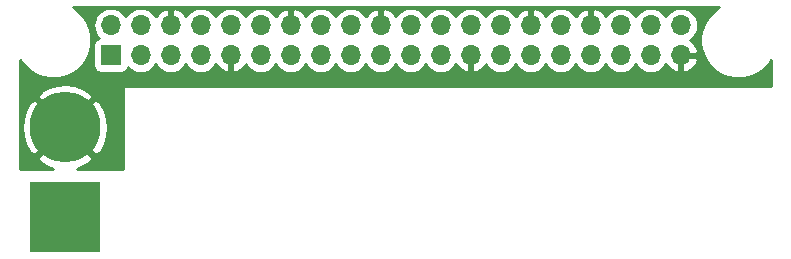
<source format=gbr>
G04 #@! TF.GenerationSoftware,KiCad,Pcbnew,5.1.4+dfsg1-1*
G04 #@! TF.CreationDate,2020-03-18T18:25:11-04:00*
G04 #@! TF.ProjectId,upipower-injector,75706970-6f77-4657-922d-696e6a656374,1.0*
G04 #@! TF.SameCoordinates,Original*
G04 #@! TF.FileFunction,Copper,L2,Bot*
G04 #@! TF.FilePolarity,Positive*
%FSLAX46Y46*%
G04 Gerber Fmt 4.6, Leading zero omitted, Abs format (unit mm)*
G04 Created by KiCad (PCBNEW 5.1.4+dfsg1-1) date 2020-03-18 18:25:11*
%MOMM*%
%LPD*%
G04 APERTURE LIST*
%ADD10C,5.999480*%
%ADD11R,5.999480X5.999480*%
%ADD12R,1.700000X1.700000*%
%ADD13O,1.700000X1.700000*%
%ADD14C,0.254000*%
G04 APERTURE END LIST*
D10*
X122032000Y-101948000D03*
D11*
X122032000Y-109568000D03*
D12*
X125902000Y-95838000D03*
D13*
X125902000Y-93298000D03*
X128442000Y-95838000D03*
X128442000Y-93298000D03*
X130982000Y-95838000D03*
X130982000Y-93298000D03*
X133522000Y-95838000D03*
X133522000Y-93298000D03*
X136062000Y-95838000D03*
X136062000Y-93298000D03*
X138602000Y-95838000D03*
X138602000Y-93298000D03*
X141142000Y-95838000D03*
X141142000Y-93298000D03*
X143682000Y-95838000D03*
X143682000Y-93298000D03*
X146222000Y-95838000D03*
X146222000Y-93298000D03*
X148762000Y-95838000D03*
X148762000Y-93298000D03*
X151302000Y-95838000D03*
X151302000Y-93298000D03*
X153842000Y-95838000D03*
X153842000Y-93298000D03*
X156382000Y-95838000D03*
X156382000Y-93298000D03*
X158922000Y-95838000D03*
X158922000Y-93298000D03*
X161462000Y-95838000D03*
X161462000Y-93298000D03*
X164002000Y-95838000D03*
X164002000Y-93298000D03*
X166542000Y-95838000D03*
X166542000Y-93298000D03*
X169082000Y-95838000D03*
X169082000Y-93298000D03*
X171622000Y-95838000D03*
X171622000Y-93298000D03*
X174162000Y-95838000D03*
X174162000Y-93298000D03*
D14*
G36*
X176974907Y-92061425D02*
G01*
X176525425Y-92510907D01*
X176172270Y-93039442D01*
X175929012Y-93626719D01*
X175805000Y-94250168D01*
X175805000Y-94885832D01*
X175929012Y-95509281D01*
X176172270Y-96096558D01*
X176525425Y-96625093D01*
X176974907Y-97074575D01*
X177503442Y-97427730D01*
X178090719Y-97670988D01*
X178714168Y-97795000D01*
X179349832Y-97795000D01*
X179973281Y-97670988D01*
X180560558Y-97427730D01*
X181089093Y-97074575D01*
X181538575Y-96625093D01*
X181822000Y-96200916D01*
X181822000Y-98441000D01*
X127032000Y-98441000D01*
X127007224Y-98443440D01*
X126983399Y-98450667D01*
X126961443Y-98462403D01*
X126942197Y-98478197D01*
X126926403Y-98497443D01*
X126914667Y-98519399D01*
X126907440Y-98543224D01*
X126905000Y-98568000D01*
X126905000Y-105441000D01*
X123037743Y-105441000D01*
X123414518Y-105328552D01*
X124047466Y-104993879D01*
X124074740Y-104975657D01*
X124410897Y-104506502D01*
X122032000Y-102127605D01*
X119653103Y-104506502D01*
X119989260Y-104975657D01*
X120619177Y-105316000D01*
X121024682Y-105441000D01*
X118242000Y-105441000D01*
X118242000Y-101931599D01*
X118379710Y-101931599D01*
X118446689Y-102644441D01*
X118651448Y-103330518D01*
X118986121Y-103963466D01*
X119004343Y-103990740D01*
X119473498Y-104326897D01*
X121852395Y-101948000D01*
X122211605Y-101948000D01*
X124590502Y-104326897D01*
X125059657Y-103990740D01*
X125400000Y-103360823D01*
X125610913Y-102676612D01*
X125684290Y-101964401D01*
X125617311Y-101251559D01*
X125412552Y-100565482D01*
X125077879Y-99932534D01*
X125059657Y-99905260D01*
X124590502Y-99569103D01*
X122211605Y-101948000D01*
X121852395Y-101948000D01*
X119473498Y-99569103D01*
X119004343Y-99905260D01*
X118664000Y-100535177D01*
X118453087Y-101219388D01*
X118379710Y-101931599D01*
X118242000Y-101931599D01*
X118242000Y-99389498D01*
X119653103Y-99389498D01*
X122032000Y-101768395D01*
X124410897Y-99389498D01*
X124074740Y-98920343D01*
X123444823Y-98580000D01*
X122760612Y-98369087D01*
X122048401Y-98295710D01*
X121335559Y-98362689D01*
X120649482Y-98567448D01*
X120016534Y-98902121D01*
X119989260Y-98920343D01*
X119653103Y-99389498D01*
X118242000Y-99389498D01*
X118242000Y-96200917D01*
X118525425Y-96625093D01*
X118974907Y-97074575D01*
X119503442Y-97427730D01*
X120090719Y-97670988D01*
X120714168Y-97795000D01*
X121349832Y-97795000D01*
X121973281Y-97670988D01*
X122560558Y-97427730D01*
X123089093Y-97074575D01*
X123538575Y-96625093D01*
X123891730Y-96096558D01*
X124134988Y-95509281D01*
X124259000Y-94885832D01*
X124259000Y-94250168D01*
X124134988Y-93626719D01*
X123998829Y-93298000D01*
X124409815Y-93298000D01*
X124438487Y-93589111D01*
X124523401Y-93869034D01*
X124661294Y-94127014D01*
X124846866Y-94353134D01*
X124876687Y-94377607D01*
X124807820Y-94398498D01*
X124697506Y-94457463D01*
X124600815Y-94536815D01*
X124521463Y-94633506D01*
X124462498Y-94743820D01*
X124426188Y-94863518D01*
X124413928Y-94988000D01*
X124413928Y-96688000D01*
X124426188Y-96812482D01*
X124462498Y-96932180D01*
X124521463Y-97042494D01*
X124600815Y-97139185D01*
X124697506Y-97218537D01*
X124807820Y-97277502D01*
X124927518Y-97313812D01*
X125052000Y-97326072D01*
X126752000Y-97326072D01*
X126876482Y-97313812D01*
X126996180Y-97277502D01*
X127106494Y-97218537D01*
X127203185Y-97139185D01*
X127282537Y-97042494D01*
X127341502Y-96932180D01*
X127362393Y-96863313D01*
X127386866Y-96893134D01*
X127612986Y-97078706D01*
X127870966Y-97216599D01*
X128150889Y-97301513D01*
X128369050Y-97323000D01*
X128514950Y-97323000D01*
X128733111Y-97301513D01*
X129013034Y-97216599D01*
X129271014Y-97078706D01*
X129497134Y-96893134D01*
X129682706Y-96667014D01*
X129712000Y-96612209D01*
X129741294Y-96667014D01*
X129926866Y-96893134D01*
X130152986Y-97078706D01*
X130410966Y-97216599D01*
X130690889Y-97301513D01*
X130909050Y-97323000D01*
X131054950Y-97323000D01*
X131273111Y-97301513D01*
X131553034Y-97216599D01*
X131811014Y-97078706D01*
X132037134Y-96893134D01*
X132222706Y-96667014D01*
X132252000Y-96612209D01*
X132281294Y-96667014D01*
X132466866Y-96893134D01*
X132692986Y-97078706D01*
X132950966Y-97216599D01*
X133230889Y-97301513D01*
X133449050Y-97323000D01*
X133594950Y-97323000D01*
X133813111Y-97301513D01*
X134093034Y-97216599D01*
X134351014Y-97078706D01*
X134577134Y-96893134D01*
X134762706Y-96667014D01*
X134797201Y-96602477D01*
X134866822Y-96719355D01*
X135061731Y-96935588D01*
X135295080Y-97109641D01*
X135557901Y-97234825D01*
X135705110Y-97279476D01*
X135935000Y-97158155D01*
X135935000Y-95965000D01*
X135915000Y-95965000D01*
X135915000Y-95711000D01*
X135935000Y-95711000D01*
X135935000Y-95691000D01*
X136189000Y-95691000D01*
X136189000Y-95711000D01*
X136209000Y-95711000D01*
X136209000Y-95965000D01*
X136189000Y-95965000D01*
X136189000Y-97158155D01*
X136418890Y-97279476D01*
X136566099Y-97234825D01*
X136828920Y-97109641D01*
X137062269Y-96935588D01*
X137257178Y-96719355D01*
X137326799Y-96602477D01*
X137361294Y-96667014D01*
X137546866Y-96893134D01*
X137772986Y-97078706D01*
X138030966Y-97216599D01*
X138310889Y-97301513D01*
X138529050Y-97323000D01*
X138674950Y-97323000D01*
X138893111Y-97301513D01*
X139173034Y-97216599D01*
X139431014Y-97078706D01*
X139657134Y-96893134D01*
X139842706Y-96667014D01*
X139872000Y-96612209D01*
X139901294Y-96667014D01*
X140086866Y-96893134D01*
X140312986Y-97078706D01*
X140570966Y-97216599D01*
X140850889Y-97301513D01*
X141069050Y-97323000D01*
X141214950Y-97323000D01*
X141433111Y-97301513D01*
X141713034Y-97216599D01*
X141971014Y-97078706D01*
X142197134Y-96893134D01*
X142382706Y-96667014D01*
X142412000Y-96612209D01*
X142441294Y-96667014D01*
X142626866Y-96893134D01*
X142852986Y-97078706D01*
X143110966Y-97216599D01*
X143390889Y-97301513D01*
X143609050Y-97323000D01*
X143754950Y-97323000D01*
X143973111Y-97301513D01*
X144253034Y-97216599D01*
X144511014Y-97078706D01*
X144737134Y-96893134D01*
X144922706Y-96667014D01*
X144952000Y-96612209D01*
X144981294Y-96667014D01*
X145166866Y-96893134D01*
X145392986Y-97078706D01*
X145650966Y-97216599D01*
X145930889Y-97301513D01*
X146149050Y-97323000D01*
X146294950Y-97323000D01*
X146513111Y-97301513D01*
X146793034Y-97216599D01*
X147051014Y-97078706D01*
X147277134Y-96893134D01*
X147462706Y-96667014D01*
X147492000Y-96612209D01*
X147521294Y-96667014D01*
X147706866Y-96893134D01*
X147932986Y-97078706D01*
X148190966Y-97216599D01*
X148470889Y-97301513D01*
X148689050Y-97323000D01*
X148834950Y-97323000D01*
X149053111Y-97301513D01*
X149333034Y-97216599D01*
X149591014Y-97078706D01*
X149817134Y-96893134D01*
X150002706Y-96667014D01*
X150032000Y-96612209D01*
X150061294Y-96667014D01*
X150246866Y-96893134D01*
X150472986Y-97078706D01*
X150730966Y-97216599D01*
X151010889Y-97301513D01*
X151229050Y-97323000D01*
X151374950Y-97323000D01*
X151593111Y-97301513D01*
X151873034Y-97216599D01*
X152131014Y-97078706D01*
X152357134Y-96893134D01*
X152542706Y-96667014D01*
X152572000Y-96612209D01*
X152601294Y-96667014D01*
X152786866Y-96893134D01*
X153012986Y-97078706D01*
X153270966Y-97216599D01*
X153550889Y-97301513D01*
X153769050Y-97323000D01*
X153914950Y-97323000D01*
X154133111Y-97301513D01*
X154413034Y-97216599D01*
X154671014Y-97078706D01*
X154897134Y-96893134D01*
X155082706Y-96667014D01*
X155117201Y-96602477D01*
X155186822Y-96719355D01*
X155381731Y-96935588D01*
X155615080Y-97109641D01*
X155877901Y-97234825D01*
X156025110Y-97279476D01*
X156255000Y-97158155D01*
X156255000Y-95965000D01*
X156235000Y-95965000D01*
X156235000Y-95711000D01*
X156255000Y-95711000D01*
X156255000Y-95691000D01*
X156509000Y-95691000D01*
X156509000Y-95711000D01*
X156529000Y-95711000D01*
X156529000Y-95965000D01*
X156509000Y-95965000D01*
X156509000Y-97158155D01*
X156738890Y-97279476D01*
X156886099Y-97234825D01*
X157148920Y-97109641D01*
X157382269Y-96935588D01*
X157577178Y-96719355D01*
X157646799Y-96602477D01*
X157681294Y-96667014D01*
X157866866Y-96893134D01*
X158092986Y-97078706D01*
X158350966Y-97216599D01*
X158630889Y-97301513D01*
X158849050Y-97323000D01*
X158994950Y-97323000D01*
X159213111Y-97301513D01*
X159493034Y-97216599D01*
X159751014Y-97078706D01*
X159977134Y-96893134D01*
X160162706Y-96667014D01*
X160192000Y-96612209D01*
X160221294Y-96667014D01*
X160406866Y-96893134D01*
X160632986Y-97078706D01*
X160890966Y-97216599D01*
X161170889Y-97301513D01*
X161389050Y-97323000D01*
X161534950Y-97323000D01*
X161753111Y-97301513D01*
X162033034Y-97216599D01*
X162291014Y-97078706D01*
X162517134Y-96893134D01*
X162702706Y-96667014D01*
X162732000Y-96612209D01*
X162761294Y-96667014D01*
X162946866Y-96893134D01*
X163172986Y-97078706D01*
X163430966Y-97216599D01*
X163710889Y-97301513D01*
X163929050Y-97323000D01*
X164074950Y-97323000D01*
X164293111Y-97301513D01*
X164573034Y-97216599D01*
X164831014Y-97078706D01*
X165057134Y-96893134D01*
X165242706Y-96667014D01*
X165272000Y-96612209D01*
X165301294Y-96667014D01*
X165486866Y-96893134D01*
X165712986Y-97078706D01*
X165970966Y-97216599D01*
X166250889Y-97301513D01*
X166469050Y-97323000D01*
X166614950Y-97323000D01*
X166833111Y-97301513D01*
X167113034Y-97216599D01*
X167371014Y-97078706D01*
X167597134Y-96893134D01*
X167782706Y-96667014D01*
X167812000Y-96612209D01*
X167841294Y-96667014D01*
X168026866Y-96893134D01*
X168252986Y-97078706D01*
X168510966Y-97216599D01*
X168790889Y-97301513D01*
X169009050Y-97323000D01*
X169154950Y-97323000D01*
X169373111Y-97301513D01*
X169653034Y-97216599D01*
X169911014Y-97078706D01*
X170137134Y-96893134D01*
X170322706Y-96667014D01*
X170352000Y-96612209D01*
X170381294Y-96667014D01*
X170566866Y-96893134D01*
X170792986Y-97078706D01*
X171050966Y-97216599D01*
X171330889Y-97301513D01*
X171549050Y-97323000D01*
X171694950Y-97323000D01*
X171913111Y-97301513D01*
X172193034Y-97216599D01*
X172451014Y-97078706D01*
X172677134Y-96893134D01*
X172862706Y-96667014D01*
X172897201Y-96602477D01*
X172966822Y-96719355D01*
X173161731Y-96935588D01*
X173395080Y-97109641D01*
X173657901Y-97234825D01*
X173805110Y-97279476D01*
X174035000Y-97158155D01*
X174035000Y-95965000D01*
X174289000Y-95965000D01*
X174289000Y-97158155D01*
X174518890Y-97279476D01*
X174666099Y-97234825D01*
X174928920Y-97109641D01*
X175162269Y-96935588D01*
X175357178Y-96719355D01*
X175506157Y-96469252D01*
X175603481Y-96194891D01*
X175482814Y-95965000D01*
X174289000Y-95965000D01*
X174035000Y-95965000D01*
X174015000Y-95965000D01*
X174015000Y-95711000D01*
X174035000Y-95711000D01*
X174035000Y-95691000D01*
X174289000Y-95691000D01*
X174289000Y-95711000D01*
X175482814Y-95711000D01*
X175603481Y-95481109D01*
X175506157Y-95206748D01*
X175357178Y-94956645D01*
X175162269Y-94740412D01*
X174933244Y-94569584D01*
X174991014Y-94538706D01*
X175217134Y-94353134D01*
X175402706Y-94127014D01*
X175540599Y-93869034D01*
X175625513Y-93589111D01*
X175654185Y-93298000D01*
X175625513Y-93006889D01*
X175540599Y-92726966D01*
X175402706Y-92468986D01*
X175217134Y-92242866D01*
X174991014Y-92057294D01*
X174733034Y-91919401D01*
X174453111Y-91834487D01*
X174234950Y-91813000D01*
X174089050Y-91813000D01*
X173870889Y-91834487D01*
X173590966Y-91919401D01*
X173332986Y-92057294D01*
X173106866Y-92242866D01*
X172921294Y-92468986D01*
X172892000Y-92523791D01*
X172862706Y-92468986D01*
X172677134Y-92242866D01*
X172451014Y-92057294D01*
X172193034Y-91919401D01*
X171913111Y-91834487D01*
X171694950Y-91813000D01*
X171549050Y-91813000D01*
X171330889Y-91834487D01*
X171050966Y-91919401D01*
X170792986Y-92057294D01*
X170566866Y-92242866D01*
X170381294Y-92468986D01*
X170352000Y-92523791D01*
X170322706Y-92468986D01*
X170137134Y-92242866D01*
X169911014Y-92057294D01*
X169653034Y-91919401D01*
X169373111Y-91834487D01*
X169154950Y-91813000D01*
X169009050Y-91813000D01*
X168790889Y-91834487D01*
X168510966Y-91919401D01*
X168252986Y-92057294D01*
X168026866Y-92242866D01*
X167841294Y-92468986D01*
X167806799Y-92533523D01*
X167737178Y-92416645D01*
X167542269Y-92200412D01*
X167308920Y-92026359D01*
X167046099Y-91901175D01*
X166898890Y-91856524D01*
X166669000Y-91977845D01*
X166669000Y-93171000D01*
X166689000Y-93171000D01*
X166689000Y-93425000D01*
X166669000Y-93425000D01*
X166669000Y-93445000D01*
X166415000Y-93445000D01*
X166415000Y-93425000D01*
X166395000Y-93425000D01*
X166395000Y-93171000D01*
X166415000Y-93171000D01*
X166415000Y-91977845D01*
X166185110Y-91856524D01*
X166037901Y-91901175D01*
X165775080Y-92026359D01*
X165541731Y-92200412D01*
X165346822Y-92416645D01*
X165277201Y-92533523D01*
X165242706Y-92468986D01*
X165057134Y-92242866D01*
X164831014Y-92057294D01*
X164573034Y-91919401D01*
X164293111Y-91834487D01*
X164074950Y-91813000D01*
X163929050Y-91813000D01*
X163710889Y-91834487D01*
X163430966Y-91919401D01*
X163172986Y-92057294D01*
X162946866Y-92242866D01*
X162761294Y-92468986D01*
X162726799Y-92533523D01*
X162657178Y-92416645D01*
X162462269Y-92200412D01*
X162228920Y-92026359D01*
X161966099Y-91901175D01*
X161818890Y-91856524D01*
X161589000Y-91977845D01*
X161589000Y-93171000D01*
X161609000Y-93171000D01*
X161609000Y-93425000D01*
X161589000Y-93425000D01*
X161589000Y-93445000D01*
X161335000Y-93445000D01*
X161335000Y-93425000D01*
X161315000Y-93425000D01*
X161315000Y-93171000D01*
X161335000Y-93171000D01*
X161335000Y-91977845D01*
X161105110Y-91856524D01*
X160957901Y-91901175D01*
X160695080Y-92026359D01*
X160461731Y-92200412D01*
X160266822Y-92416645D01*
X160197201Y-92533523D01*
X160162706Y-92468986D01*
X159977134Y-92242866D01*
X159751014Y-92057294D01*
X159493034Y-91919401D01*
X159213111Y-91834487D01*
X158994950Y-91813000D01*
X158849050Y-91813000D01*
X158630889Y-91834487D01*
X158350966Y-91919401D01*
X158092986Y-92057294D01*
X157866866Y-92242866D01*
X157681294Y-92468986D01*
X157652000Y-92523791D01*
X157622706Y-92468986D01*
X157437134Y-92242866D01*
X157211014Y-92057294D01*
X156953034Y-91919401D01*
X156673111Y-91834487D01*
X156454950Y-91813000D01*
X156309050Y-91813000D01*
X156090889Y-91834487D01*
X155810966Y-91919401D01*
X155552986Y-92057294D01*
X155326866Y-92242866D01*
X155141294Y-92468986D01*
X155112000Y-92523791D01*
X155082706Y-92468986D01*
X154897134Y-92242866D01*
X154671014Y-92057294D01*
X154413034Y-91919401D01*
X154133111Y-91834487D01*
X153914950Y-91813000D01*
X153769050Y-91813000D01*
X153550889Y-91834487D01*
X153270966Y-91919401D01*
X153012986Y-92057294D01*
X152786866Y-92242866D01*
X152601294Y-92468986D01*
X152572000Y-92523791D01*
X152542706Y-92468986D01*
X152357134Y-92242866D01*
X152131014Y-92057294D01*
X151873034Y-91919401D01*
X151593111Y-91834487D01*
X151374950Y-91813000D01*
X151229050Y-91813000D01*
X151010889Y-91834487D01*
X150730966Y-91919401D01*
X150472986Y-92057294D01*
X150246866Y-92242866D01*
X150061294Y-92468986D01*
X150026799Y-92533523D01*
X149957178Y-92416645D01*
X149762269Y-92200412D01*
X149528920Y-92026359D01*
X149266099Y-91901175D01*
X149118890Y-91856524D01*
X148889000Y-91977845D01*
X148889000Y-93171000D01*
X148909000Y-93171000D01*
X148909000Y-93425000D01*
X148889000Y-93425000D01*
X148889000Y-93445000D01*
X148635000Y-93445000D01*
X148635000Y-93425000D01*
X148615000Y-93425000D01*
X148615000Y-93171000D01*
X148635000Y-93171000D01*
X148635000Y-91977845D01*
X148405110Y-91856524D01*
X148257901Y-91901175D01*
X147995080Y-92026359D01*
X147761731Y-92200412D01*
X147566822Y-92416645D01*
X147497201Y-92533523D01*
X147462706Y-92468986D01*
X147277134Y-92242866D01*
X147051014Y-92057294D01*
X146793034Y-91919401D01*
X146513111Y-91834487D01*
X146294950Y-91813000D01*
X146149050Y-91813000D01*
X145930889Y-91834487D01*
X145650966Y-91919401D01*
X145392986Y-92057294D01*
X145166866Y-92242866D01*
X144981294Y-92468986D01*
X144952000Y-92523791D01*
X144922706Y-92468986D01*
X144737134Y-92242866D01*
X144511014Y-92057294D01*
X144253034Y-91919401D01*
X143973111Y-91834487D01*
X143754950Y-91813000D01*
X143609050Y-91813000D01*
X143390889Y-91834487D01*
X143110966Y-91919401D01*
X142852986Y-92057294D01*
X142626866Y-92242866D01*
X142441294Y-92468986D01*
X142406799Y-92533523D01*
X142337178Y-92416645D01*
X142142269Y-92200412D01*
X141908920Y-92026359D01*
X141646099Y-91901175D01*
X141498890Y-91856524D01*
X141269000Y-91977845D01*
X141269000Y-93171000D01*
X141289000Y-93171000D01*
X141289000Y-93425000D01*
X141269000Y-93425000D01*
X141269000Y-93445000D01*
X141015000Y-93445000D01*
X141015000Y-93425000D01*
X140995000Y-93425000D01*
X140995000Y-93171000D01*
X141015000Y-93171000D01*
X141015000Y-91977845D01*
X140785110Y-91856524D01*
X140637901Y-91901175D01*
X140375080Y-92026359D01*
X140141731Y-92200412D01*
X139946822Y-92416645D01*
X139877201Y-92533523D01*
X139842706Y-92468986D01*
X139657134Y-92242866D01*
X139431014Y-92057294D01*
X139173034Y-91919401D01*
X138893111Y-91834487D01*
X138674950Y-91813000D01*
X138529050Y-91813000D01*
X138310889Y-91834487D01*
X138030966Y-91919401D01*
X137772986Y-92057294D01*
X137546866Y-92242866D01*
X137361294Y-92468986D01*
X137332000Y-92523791D01*
X137302706Y-92468986D01*
X137117134Y-92242866D01*
X136891014Y-92057294D01*
X136633034Y-91919401D01*
X136353111Y-91834487D01*
X136134950Y-91813000D01*
X135989050Y-91813000D01*
X135770889Y-91834487D01*
X135490966Y-91919401D01*
X135232986Y-92057294D01*
X135006866Y-92242866D01*
X134821294Y-92468986D01*
X134792000Y-92523791D01*
X134762706Y-92468986D01*
X134577134Y-92242866D01*
X134351014Y-92057294D01*
X134093034Y-91919401D01*
X133813111Y-91834487D01*
X133594950Y-91813000D01*
X133449050Y-91813000D01*
X133230889Y-91834487D01*
X132950966Y-91919401D01*
X132692986Y-92057294D01*
X132466866Y-92242866D01*
X132281294Y-92468986D01*
X132246799Y-92533523D01*
X132177178Y-92416645D01*
X131982269Y-92200412D01*
X131748920Y-92026359D01*
X131486099Y-91901175D01*
X131338890Y-91856524D01*
X131109000Y-91977845D01*
X131109000Y-93171000D01*
X131129000Y-93171000D01*
X131129000Y-93425000D01*
X131109000Y-93425000D01*
X131109000Y-93445000D01*
X130855000Y-93445000D01*
X130855000Y-93425000D01*
X130835000Y-93425000D01*
X130835000Y-93171000D01*
X130855000Y-93171000D01*
X130855000Y-91977845D01*
X130625110Y-91856524D01*
X130477901Y-91901175D01*
X130215080Y-92026359D01*
X129981731Y-92200412D01*
X129786822Y-92416645D01*
X129717201Y-92533523D01*
X129682706Y-92468986D01*
X129497134Y-92242866D01*
X129271014Y-92057294D01*
X129013034Y-91919401D01*
X128733111Y-91834487D01*
X128514950Y-91813000D01*
X128369050Y-91813000D01*
X128150889Y-91834487D01*
X127870966Y-91919401D01*
X127612986Y-92057294D01*
X127386866Y-92242866D01*
X127201294Y-92468986D01*
X127172000Y-92523791D01*
X127142706Y-92468986D01*
X126957134Y-92242866D01*
X126731014Y-92057294D01*
X126473034Y-91919401D01*
X126193111Y-91834487D01*
X125974950Y-91813000D01*
X125829050Y-91813000D01*
X125610889Y-91834487D01*
X125330966Y-91919401D01*
X125072986Y-92057294D01*
X124846866Y-92242866D01*
X124661294Y-92468986D01*
X124523401Y-92726966D01*
X124438487Y-93006889D01*
X124409815Y-93298000D01*
X123998829Y-93298000D01*
X123891730Y-93039442D01*
X123538575Y-92510907D01*
X123089093Y-92061425D01*
X122664917Y-91778000D01*
X177399083Y-91778000D01*
X176974907Y-92061425D01*
X176974907Y-92061425D01*
G37*
X176974907Y-92061425D02*
X176525425Y-92510907D01*
X176172270Y-93039442D01*
X175929012Y-93626719D01*
X175805000Y-94250168D01*
X175805000Y-94885832D01*
X175929012Y-95509281D01*
X176172270Y-96096558D01*
X176525425Y-96625093D01*
X176974907Y-97074575D01*
X177503442Y-97427730D01*
X178090719Y-97670988D01*
X178714168Y-97795000D01*
X179349832Y-97795000D01*
X179973281Y-97670988D01*
X180560558Y-97427730D01*
X181089093Y-97074575D01*
X181538575Y-96625093D01*
X181822000Y-96200916D01*
X181822000Y-98441000D01*
X127032000Y-98441000D01*
X127007224Y-98443440D01*
X126983399Y-98450667D01*
X126961443Y-98462403D01*
X126942197Y-98478197D01*
X126926403Y-98497443D01*
X126914667Y-98519399D01*
X126907440Y-98543224D01*
X126905000Y-98568000D01*
X126905000Y-105441000D01*
X123037743Y-105441000D01*
X123414518Y-105328552D01*
X124047466Y-104993879D01*
X124074740Y-104975657D01*
X124410897Y-104506502D01*
X122032000Y-102127605D01*
X119653103Y-104506502D01*
X119989260Y-104975657D01*
X120619177Y-105316000D01*
X121024682Y-105441000D01*
X118242000Y-105441000D01*
X118242000Y-101931599D01*
X118379710Y-101931599D01*
X118446689Y-102644441D01*
X118651448Y-103330518D01*
X118986121Y-103963466D01*
X119004343Y-103990740D01*
X119473498Y-104326897D01*
X121852395Y-101948000D01*
X122211605Y-101948000D01*
X124590502Y-104326897D01*
X125059657Y-103990740D01*
X125400000Y-103360823D01*
X125610913Y-102676612D01*
X125684290Y-101964401D01*
X125617311Y-101251559D01*
X125412552Y-100565482D01*
X125077879Y-99932534D01*
X125059657Y-99905260D01*
X124590502Y-99569103D01*
X122211605Y-101948000D01*
X121852395Y-101948000D01*
X119473498Y-99569103D01*
X119004343Y-99905260D01*
X118664000Y-100535177D01*
X118453087Y-101219388D01*
X118379710Y-101931599D01*
X118242000Y-101931599D01*
X118242000Y-99389498D01*
X119653103Y-99389498D01*
X122032000Y-101768395D01*
X124410897Y-99389498D01*
X124074740Y-98920343D01*
X123444823Y-98580000D01*
X122760612Y-98369087D01*
X122048401Y-98295710D01*
X121335559Y-98362689D01*
X120649482Y-98567448D01*
X120016534Y-98902121D01*
X119989260Y-98920343D01*
X119653103Y-99389498D01*
X118242000Y-99389498D01*
X118242000Y-96200917D01*
X118525425Y-96625093D01*
X118974907Y-97074575D01*
X119503442Y-97427730D01*
X120090719Y-97670988D01*
X120714168Y-97795000D01*
X121349832Y-97795000D01*
X121973281Y-97670988D01*
X122560558Y-97427730D01*
X123089093Y-97074575D01*
X123538575Y-96625093D01*
X123891730Y-96096558D01*
X124134988Y-95509281D01*
X124259000Y-94885832D01*
X124259000Y-94250168D01*
X124134988Y-93626719D01*
X123998829Y-93298000D01*
X124409815Y-93298000D01*
X124438487Y-93589111D01*
X124523401Y-93869034D01*
X124661294Y-94127014D01*
X124846866Y-94353134D01*
X124876687Y-94377607D01*
X124807820Y-94398498D01*
X124697506Y-94457463D01*
X124600815Y-94536815D01*
X124521463Y-94633506D01*
X124462498Y-94743820D01*
X124426188Y-94863518D01*
X124413928Y-94988000D01*
X124413928Y-96688000D01*
X124426188Y-96812482D01*
X124462498Y-96932180D01*
X124521463Y-97042494D01*
X124600815Y-97139185D01*
X124697506Y-97218537D01*
X124807820Y-97277502D01*
X124927518Y-97313812D01*
X125052000Y-97326072D01*
X126752000Y-97326072D01*
X126876482Y-97313812D01*
X126996180Y-97277502D01*
X127106494Y-97218537D01*
X127203185Y-97139185D01*
X127282537Y-97042494D01*
X127341502Y-96932180D01*
X127362393Y-96863313D01*
X127386866Y-96893134D01*
X127612986Y-97078706D01*
X127870966Y-97216599D01*
X128150889Y-97301513D01*
X128369050Y-97323000D01*
X128514950Y-97323000D01*
X128733111Y-97301513D01*
X129013034Y-97216599D01*
X129271014Y-97078706D01*
X129497134Y-96893134D01*
X129682706Y-96667014D01*
X129712000Y-96612209D01*
X129741294Y-96667014D01*
X129926866Y-96893134D01*
X130152986Y-97078706D01*
X130410966Y-97216599D01*
X130690889Y-97301513D01*
X130909050Y-97323000D01*
X131054950Y-97323000D01*
X131273111Y-97301513D01*
X131553034Y-97216599D01*
X131811014Y-97078706D01*
X132037134Y-96893134D01*
X132222706Y-96667014D01*
X132252000Y-96612209D01*
X132281294Y-96667014D01*
X132466866Y-96893134D01*
X132692986Y-97078706D01*
X132950966Y-97216599D01*
X133230889Y-97301513D01*
X133449050Y-97323000D01*
X133594950Y-97323000D01*
X133813111Y-97301513D01*
X134093034Y-97216599D01*
X134351014Y-97078706D01*
X134577134Y-96893134D01*
X134762706Y-96667014D01*
X134797201Y-96602477D01*
X134866822Y-96719355D01*
X135061731Y-96935588D01*
X135295080Y-97109641D01*
X135557901Y-97234825D01*
X135705110Y-97279476D01*
X135935000Y-97158155D01*
X135935000Y-95965000D01*
X135915000Y-95965000D01*
X135915000Y-95711000D01*
X135935000Y-95711000D01*
X135935000Y-95691000D01*
X136189000Y-95691000D01*
X136189000Y-95711000D01*
X136209000Y-95711000D01*
X136209000Y-95965000D01*
X136189000Y-95965000D01*
X136189000Y-97158155D01*
X136418890Y-97279476D01*
X136566099Y-97234825D01*
X136828920Y-97109641D01*
X137062269Y-96935588D01*
X137257178Y-96719355D01*
X137326799Y-96602477D01*
X137361294Y-96667014D01*
X137546866Y-96893134D01*
X137772986Y-97078706D01*
X138030966Y-97216599D01*
X138310889Y-97301513D01*
X138529050Y-97323000D01*
X138674950Y-97323000D01*
X138893111Y-97301513D01*
X139173034Y-97216599D01*
X139431014Y-97078706D01*
X139657134Y-96893134D01*
X139842706Y-96667014D01*
X139872000Y-96612209D01*
X139901294Y-96667014D01*
X140086866Y-96893134D01*
X140312986Y-97078706D01*
X140570966Y-97216599D01*
X140850889Y-97301513D01*
X141069050Y-97323000D01*
X141214950Y-97323000D01*
X141433111Y-97301513D01*
X141713034Y-97216599D01*
X141971014Y-97078706D01*
X142197134Y-96893134D01*
X142382706Y-96667014D01*
X142412000Y-96612209D01*
X142441294Y-96667014D01*
X142626866Y-96893134D01*
X142852986Y-97078706D01*
X143110966Y-97216599D01*
X143390889Y-97301513D01*
X143609050Y-97323000D01*
X143754950Y-97323000D01*
X143973111Y-97301513D01*
X144253034Y-97216599D01*
X144511014Y-97078706D01*
X144737134Y-96893134D01*
X144922706Y-96667014D01*
X144952000Y-96612209D01*
X144981294Y-96667014D01*
X145166866Y-96893134D01*
X145392986Y-97078706D01*
X145650966Y-97216599D01*
X145930889Y-97301513D01*
X146149050Y-97323000D01*
X146294950Y-97323000D01*
X146513111Y-97301513D01*
X146793034Y-97216599D01*
X147051014Y-97078706D01*
X147277134Y-96893134D01*
X147462706Y-96667014D01*
X147492000Y-96612209D01*
X147521294Y-96667014D01*
X147706866Y-96893134D01*
X147932986Y-97078706D01*
X148190966Y-97216599D01*
X148470889Y-97301513D01*
X148689050Y-97323000D01*
X148834950Y-97323000D01*
X149053111Y-97301513D01*
X149333034Y-97216599D01*
X149591014Y-97078706D01*
X149817134Y-96893134D01*
X150002706Y-96667014D01*
X150032000Y-96612209D01*
X150061294Y-96667014D01*
X150246866Y-96893134D01*
X150472986Y-97078706D01*
X150730966Y-97216599D01*
X151010889Y-97301513D01*
X151229050Y-97323000D01*
X151374950Y-97323000D01*
X151593111Y-97301513D01*
X151873034Y-97216599D01*
X152131014Y-97078706D01*
X152357134Y-96893134D01*
X152542706Y-96667014D01*
X152572000Y-96612209D01*
X152601294Y-96667014D01*
X152786866Y-96893134D01*
X153012986Y-97078706D01*
X153270966Y-97216599D01*
X153550889Y-97301513D01*
X153769050Y-97323000D01*
X153914950Y-97323000D01*
X154133111Y-97301513D01*
X154413034Y-97216599D01*
X154671014Y-97078706D01*
X154897134Y-96893134D01*
X155082706Y-96667014D01*
X155117201Y-96602477D01*
X155186822Y-96719355D01*
X155381731Y-96935588D01*
X155615080Y-97109641D01*
X155877901Y-97234825D01*
X156025110Y-97279476D01*
X156255000Y-97158155D01*
X156255000Y-95965000D01*
X156235000Y-95965000D01*
X156235000Y-95711000D01*
X156255000Y-95711000D01*
X156255000Y-95691000D01*
X156509000Y-95691000D01*
X156509000Y-95711000D01*
X156529000Y-95711000D01*
X156529000Y-95965000D01*
X156509000Y-95965000D01*
X156509000Y-97158155D01*
X156738890Y-97279476D01*
X156886099Y-97234825D01*
X157148920Y-97109641D01*
X157382269Y-96935588D01*
X157577178Y-96719355D01*
X157646799Y-96602477D01*
X157681294Y-96667014D01*
X157866866Y-96893134D01*
X158092986Y-97078706D01*
X158350966Y-97216599D01*
X158630889Y-97301513D01*
X158849050Y-97323000D01*
X158994950Y-97323000D01*
X159213111Y-97301513D01*
X159493034Y-97216599D01*
X159751014Y-97078706D01*
X159977134Y-96893134D01*
X160162706Y-96667014D01*
X160192000Y-96612209D01*
X160221294Y-96667014D01*
X160406866Y-96893134D01*
X160632986Y-97078706D01*
X160890966Y-97216599D01*
X161170889Y-97301513D01*
X161389050Y-97323000D01*
X161534950Y-97323000D01*
X161753111Y-97301513D01*
X162033034Y-97216599D01*
X162291014Y-97078706D01*
X162517134Y-96893134D01*
X162702706Y-96667014D01*
X162732000Y-96612209D01*
X162761294Y-96667014D01*
X162946866Y-96893134D01*
X163172986Y-97078706D01*
X163430966Y-97216599D01*
X163710889Y-97301513D01*
X163929050Y-97323000D01*
X164074950Y-97323000D01*
X164293111Y-97301513D01*
X164573034Y-97216599D01*
X164831014Y-97078706D01*
X165057134Y-96893134D01*
X165242706Y-96667014D01*
X165272000Y-96612209D01*
X165301294Y-96667014D01*
X165486866Y-96893134D01*
X165712986Y-97078706D01*
X165970966Y-97216599D01*
X166250889Y-97301513D01*
X166469050Y-97323000D01*
X166614950Y-97323000D01*
X166833111Y-97301513D01*
X167113034Y-97216599D01*
X167371014Y-97078706D01*
X167597134Y-96893134D01*
X167782706Y-96667014D01*
X167812000Y-96612209D01*
X167841294Y-96667014D01*
X168026866Y-96893134D01*
X168252986Y-97078706D01*
X168510966Y-97216599D01*
X168790889Y-97301513D01*
X169009050Y-97323000D01*
X169154950Y-97323000D01*
X169373111Y-97301513D01*
X169653034Y-97216599D01*
X169911014Y-97078706D01*
X170137134Y-96893134D01*
X170322706Y-96667014D01*
X170352000Y-96612209D01*
X170381294Y-96667014D01*
X170566866Y-96893134D01*
X170792986Y-97078706D01*
X171050966Y-97216599D01*
X171330889Y-97301513D01*
X171549050Y-97323000D01*
X171694950Y-97323000D01*
X171913111Y-97301513D01*
X172193034Y-97216599D01*
X172451014Y-97078706D01*
X172677134Y-96893134D01*
X172862706Y-96667014D01*
X172897201Y-96602477D01*
X172966822Y-96719355D01*
X173161731Y-96935588D01*
X173395080Y-97109641D01*
X173657901Y-97234825D01*
X173805110Y-97279476D01*
X174035000Y-97158155D01*
X174035000Y-95965000D01*
X174289000Y-95965000D01*
X174289000Y-97158155D01*
X174518890Y-97279476D01*
X174666099Y-97234825D01*
X174928920Y-97109641D01*
X175162269Y-96935588D01*
X175357178Y-96719355D01*
X175506157Y-96469252D01*
X175603481Y-96194891D01*
X175482814Y-95965000D01*
X174289000Y-95965000D01*
X174035000Y-95965000D01*
X174015000Y-95965000D01*
X174015000Y-95711000D01*
X174035000Y-95711000D01*
X174035000Y-95691000D01*
X174289000Y-95691000D01*
X174289000Y-95711000D01*
X175482814Y-95711000D01*
X175603481Y-95481109D01*
X175506157Y-95206748D01*
X175357178Y-94956645D01*
X175162269Y-94740412D01*
X174933244Y-94569584D01*
X174991014Y-94538706D01*
X175217134Y-94353134D01*
X175402706Y-94127014D01*
X175540599Y-93869034D01*
X175625513Y-93589111D01*
X175654185Y-93298000D01*
X175625513Y-93006889D01*
X175540599Y-92726966D01*
X175402706Y-92468986D01*
X175217134Y-92242866D01*
X174991014Y-92057294D01*
X174733034Y-91919401D01*
X174453111Y-91834487D01*
X174234950Y-91813000D01*
X174089050Y-91813000D01*
X173870889Y-91834487D01*
X173590966Y-91919401D01*
X173332986Y-92057294D01*
X173106866Y-92242866D01*
X172921294Y-92468986D01*
X172892000Y-92523791D01*
X172862706Y-92468986D01*
X172677134Y-92242866D01*
X172451014Y-92057294D01*
X172193034Y-91919401D01*
X171913111Y-91834487D01*
X171694950Y-91813000D01*
X171549050Y-91813000D01*
X171330889Y-91834487D01*
X171050966Y-91919401D01*
X170792986Y-92057294D01*
X170566866Y-92242866D01*
X170381294Y-92468986D01*
X170352000Y-92523791D01*
X170322706Y-92468986D01*
X170137134Y-92242866D01*
X169911014Y-92057294D01*
X169653034Y-91919401D01*
X169373111Y-91834487D01*
X169154950Y-91813000D01*
X169009050Y-91813000D01*
X168790889Y-91834487D01*
X168510966Y-91919401D01*
X168252986Y-92057294D01*
X168026866Y-92242866D01*
X167841294Y-92468986D01*
X167806799Y-92533523D01*
X167737178Y-92416645D01*
X167542269Y-92200412D01*
X167308920Y-92026359D01*
X167046099Y-91901175D01*
X166898890Y-91856524D01*
X166669000Y-91977845D01*
X166669000Y-93171000D01*
X166689000Y-93171000D01*
X166689000Y-93425000D01*
X166669000Y-93425000D01*
X166669000Y-93445000D01*
X166415000Y-93445000D01*
X166415000Y-93425000D01*
X166395000Y-93425000D01*
X166395000Y-93171000D01*
X166415000Y-93171000D01*
X166415000Y-91977845D01*
X166185110Y-91856524D01*
X166037901Y-91901175D01*
X165775080Y-92026359D01*
X165541731Y-92200412D01*
X165346822Y-92416645D01*
X165277201Y-92533523D01*
X165242706Y-92468986D01*
X165057134Y-92242866D01*
X164831014Y-92057294D01*
X164573034Y-91919401D01*
X164293111Y-91834487D01*
X164074950Y-91813000D01*
X163929050Y-91813000D01*
X163710889Y-91834487D01*
X163430966Y-91919401D01*
X163172986Y-92057294D01*
X162946866Y-92242866D01*
X162761294Y-92468986D01*
X162726799Y-92533523D01*
X162657178Y-92416645D01*
X162462269Y-92200412D01*
X162228920Y-92026359D01*
X161966099Y-91901175D01*
X161818890Y-91856524D01*
X161589000Y-91977845D01*
X161589000Y-93171000D01*
X161609000Y-93171000D01*
X161609000Y-93425000D01*
X161589000Y-93425000D01*
X161589000Y-93445000D01*
X161335000Y-93445000D01*
X161335000Y-93425000D01*
X161315000Y-93425000D01*
X161315000Y-93171000D01*
X161335000Y-93171000D01*
X161335000Y-91977845D01*
X161105110Y-91856524D01*
X160957901Y-91901175D01*
X160695080Y-92026359D01*
X160461731Y-92200412D01*
X160266822Y-92416645D01*
X160197201Y-92533523D01*
X160162706Y-92468986D01*
X159977134Y-92242866D01*
X159751014Y-92057294D01*
X159493034Y-91919401D01*
X159213111Y-91834487D01*
X158994950Y-91813000D01*
X158849050Y-91813000D01*
X158630889Y-91834487D01*
X158350966Y-91919401D01*
X158092986Y-92057294D01*
X157866866Y-92242866D01*
X157681294Y-92468986D01*
X157652000Y-92523791D01*
X157622706Y-92468986D01*
X157437134Y-92242866D01*
X157211014Y-92057294D01*
X156953034Y-91919401D01*
X156673111Y-91834487D01*
X156454950Y-91813000D01*
X156309050Y-91813000D01*
X156090889Y-91834487D01*
X155810966Y-91919401D01*
X155552986Y-92057294D01*
X155326866Y-92242866D01*
X155141294Y-92468986D01*
X155112000Y-92523791D01*
X155082706Y-92468986D01*
X154897134Y-92242866D01*
X154671014Y-92057294D01*
X154413034Y-91919401D01*
X154133111Y-91834487D01*
X153914950Y-91813000D01*
X153769050Y-91813000D01*
X153550889Y-91834487D01*
X153270966Y-91919401D01*
X153012986Y-92057294D01*
X152786866Y-92242866D01*
X152601294Y-92468986D01*
X152572000Y-92523791D01*
X152542706Y-92468986D01*
X152357134Y-92242866D01*
X152131014Y-92057294D01*
X151873034Y-91919401D01*
X151593111Y-91834487D01*
X151374950Y-91813000D01*
X151229050Y-91813000D01*
X151010889Y-91834487D01*
X150730966Y-91919401D01*
X150472986Y-92057294D01*
X150246866Y-92242866D01*
X150061294Y-92468986D01*
X150026799Y-92533523D01*
X149957178Y-92416645D01*
X149762269Y-92200412D01*
X149528920Y-92026359D01*
X149266099Y-91901175D01*
X149118890Y-91856524D01*
X148889000Y-91977845D01*
X148889000Y-93171000D01*
X148909000Y-93171000D01*
X148909000Y-93425000D01*
X148889000Y-93425000D01*
X148889000Y-93445000D01*
X148635000Y-93445000D01*
X148635000Y-93425000D01*
X148615000Y-93425000D01*
X148615000Y-93171000D01*
X148635000Y-93171000D01*
X148635000Y-91977845D01*
X148405110Y-91856524D01*
X148257901Y-91901175D01*
X147995080Y-92026359D01*
X147761731Y-92200412D01*
X147566822Y-92416645D01*
X147497201Y-92533523D01*
X147462706Y-92468986D01*
X147277134Y-92242866D01*
X147051014Y-92057294D01*
X146793034Y-91919401D01*
X146513111Y-91834487D01*
X146294950Y-91813000D01*
X146149050Y-91813000D01*
X145930889Y-91834487D01*
X145650966Y-91919401D01*
X145392986Y-92057294D01*
X145166866Y-92242866D01*
X144981294Y-92468986D01*
X144952000Y-92523791D01*
X144922706Y-92468986D01*
X144737134Y-92242866D01*
X144511014Y-92057294D01*
X144253034Y-91919401D01*
X143973111Y-91834487D01*
X143754950Y-91813000D01*
X143609050Y-91813000D01*
X143390889Y-91834487D01*
X143110966Y-91919401D01*
X142852986Y-92057294D01*
X142626866Y-92242866D01*
X142441294Y-92468986D01*
X142406799Y-92533523D01*
X142337178Y-92416645D01*
X142142269Y-92200412D01*
X141908920Y-92026359D01*
X141646099Y-91901175D01*
X141498890Y-91856524D01*
X141269000Y-91977845D01*
X141269000Y-93171000D01*
X141289000Y-93171000D01*
X141289000Y-93425000D01*
X141269000Y-93425000D01*
X141269000Y-93445000D01*
X141015000Y-93445000D01*
X141015000Y-93425000D01*
X140995000Y-93425000D01*
X140995000Y-93171000D01*
X141015000Y-93171000D01*
X141015000Y-91977845D01*
X140785110Y-91856524D01*
X140637901Y-91901175D01*
X140375080Y-92026359D01*
X140141731Y-92200412D01*
X139946822Y-92416645D01*
X139877201Y-92533523D01*
X139842706Y-92468986D01*
X139657134Y-92242866D01*
X139431014Y-92057294D01*
X139173034Y-91919401D01*
X138893111Y-91834487D01*
X138674950Y-91813000D01*
X138529050Y-91813000D01*
X138310889Y-91834487D01*
X138030966Y-91919401D01*
X137772986Y-92057294D01*
X137546866Y-92242866D01*
X137361294Y-92468986D01*
X137332000Y-92523791D01*
X137302706Y-92468986D01*
X137117134Y-92242866D01*
X136891014Y-92057294D01*
X136633034Y-91919401D01*
X136353111Y-91834487D01*
X136134950Y-91813000D01*
X135989050Y-91813000D01*
X135770889Y-91834487D01*
X135490966Y-91919401D01*
X135232986Y-92057294D01*
X135006866Y-92242866D01*
X134821294Y-92468986D01*
X134792000Y-92523791D01*
X134762706Y-92468986D01*
X134577134Y-92242866D01*
X134351014Y-92057294D01*
X134093034Y-91919401D01*
X133813111Y-91834487D01*
X133594950Y-91813000D01*
X133449050Y-91813000D01*
X133230889Y-91834487D01*
X132950966Y-91919401D01*
X132692986Y-92057294D01*
X132466866Y-92242866D01*
X132281294Y-92468986D01*
X132246799Y-92533523D01*
X132177178Y-92416645D01*
X131982269Y-92200412D01*
X131748920Y-92026359D01*
X131486099Y-91901175D01*
X131338890Y-91856524D01*
X131109000Y-91977845D01*
X131109000Y-93171000D01*
X131129000Y-93171000D01*
X131129000Y-93425000D01*
X131109000Y-93425000D01*
X131109000Y-93445000D01*
X130855000Y-93445000D01*
X130855000Y-93425000D01*
X130835000Y-93425000D01*
X130835000Y-93171000D01*
X130855000Y-93171000D01*
X130855000Y-91977845D01*
X130625110Y-91856524D01*
X130477901Y-91901175D01*
X130215080Y-92026359D01*
X129981731Y-92200412D01*
X129786822Y-92416645D01*
X129717201Y-92533523D01*
X129682706Y-92468986D01*
X129497134Y-92242866D01*
X129271014Y-92057294D01*
X129013034Y-91919401D01*
X128733111Y-91834487D01*
X128514950Y-91813000D01*
X128369050Y-91813000D01*
X128150889Y-91834487D01*
X127870966Y-91919401D01*
X127612986Y-92057294D01*
X127386866Y-92242866D01*
X127201294Y-92468986D01*
X127172000Y-92523791D01*
X127142706Y-92468986D01*
X126957134Y-92242866D01*
X126731014Y-92057294D01*
X126473034Y-91919401D01*
X126193111Y-91834487D01*
X125974950Y-91813000D01*
X125829050Y-91813000D01*
X125610889Y-91834487D01*
X125330966Y-91919401D01*
X125072986Y-92057294D01*
X124846866Y-92242866D01*
X124661294Y-92468986D01*
X124523401Y-92726966D01*
X124438487Y-93006889D01*
X124409815Y-93298000D01*
X123998829Y-93298000D01*
X123891730Y-93039442D01*
X123538575Y-92510907D01*
X123089093Y-92061425D01*
X122664917Y-91778000D01*
X177399083Y-91778000D01*
X176974907Y-92061425D01*
M02*

</source>
